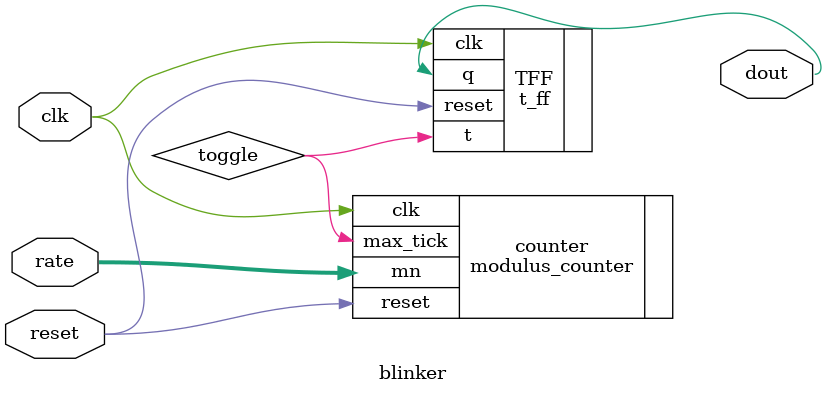
<source format=sv>
`timescale 1ns / 1ps


module blinker
    #(parameter BITS = 32)
    (
    input logic clk, reset,
    input logic [BITS-1:0] rate,
    output logic dout
    
    );
    
    // signal declaration
    logic toggle;
    
    
    // instantiate counter
    modulus_counter #(.BITS(BITS)) counter
        (
        .clk(clk),
        .reset(reset),
        .mn(rate),
        .max_tick(toggle)
        );
        
    // instantiate t-ff
    t_ff TFF                            
        (
        .clk(clk),
        .reset(reset),
        .t(toggle),
        .q(dout)
        ); 
    
    
    
endmodule

</source>
